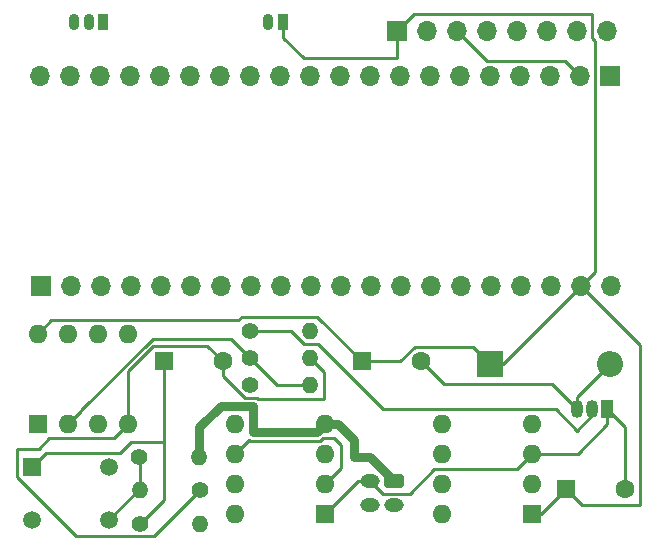
<source format=gbr>
%TF.GenerationSoftware,KiCad,Pcbnew,7.0.7*%
%TF.CreationDate,2023-10-20T12:33:54-04:00*%
%TF.ProjectId,Capstone-board-v1,43617073-746f-46e6-952d-626f6172642d,rev?*%
%TF.SameCoordinates,Original*%
%TF.FileFunction,Copper,L1,Top*%
%TF.FilePolarity,Positive*%
%FSLAX46Y46*%
G04 Gerber Fmt 4.6, Leading zero omitted, Abs format (unit mm)*
G04 Created by KiCad (PCBNEW 7.0.7) date 2023-10-20 12:33:54*
%MOMM*%
%LPD*%
G01*
G04 APERTURE LIST*
G04 Aperture macros list*
%AMRoundRect*
0 Rectangle with rounded corners*
0 $1 Rounding radius*
0 $2 $3 $4 $5 $6 $7 $8 $9 X,Y pos of 4 corners*
0 Add a 4 corners polygon primitive as box body*
4,1,4,$2,$3,$4,$5,$6,$7,$8,$9,$2,$3,0*
0 Add four circle primitives for the rounded corners*
1,1,$1+$1,$2,$3*
1,1,$1+$1,$4,$5*
1,1,$1+$1,$6,$7*
1,1,$1+$1,$8,$9*
0 Add four rect primitives between the rounded corners*
20,1,$1+$1,$2,$3,$4,$5,0*
20,1,$1+$1,$4,$5,$6,$7,0*
20,1,$1+$1,$6,$7,$8,$9,0*
20,1,$1+$1,$8,$9,$2,$3,0*%
G04 Aperture macros list end*
%TA.AperFunction,ComponentPad*%
%ADD10RoundRect,0.225000X0.225000X0.475000X-0.225000X0.475000X-0.225000X-0.475000X0.225000X-0.475000X0*%
%TD*%
%TA.AperFunction,ComponentPad*%
%ADD11O,0.900000X1.400000*%
%TD*%
%TA.AperFunction,ComponentPad*%
%ADD12R,1.508000X1.508000*%
%TD*%
%TA.AperFunction,ComponentPad*%
%ADD13C,1.508000*%
%TD*%
%TA.AperFunction,ComponentPad*%
%ADD14R,1.050000X1.500000*%
%TD*%
%TA.AperFunction,ComponentPad*%
%ADD15O,1.050000X1.500000*%
%TD*%
%TA.AperFunction,ComponentPad*%
%ADD16O,1.400000X1.400000*%
%TD*%
%TA.AperFunction,ComponentPad*%
%ADD17C,1.400000*%
%TD*%
%TA.AperFunction,ComponentPad*%
%ADD18R,1.600000X1.600000*%
%TD*%
%TA.AperFunction,ComponentPad*%
%ADD19O,1.600000X1.600000*%
%TD*%
%TA.AperFunction,ComponentPad*%
%ADD20C,1.600000*%
%TD*%
%TA.AperFunction,ComponentPad*%
%ADD21O,1.650000X1.200000*%
%TD*%
%TA.AperFunction,ComponentPad*%
%ADD22RoundRect,0.250000X-0.575000X0.350000X-0.575000X-0.350000X0.575000X-0.350000X0.575000X0.350000X0*%
%TD*%
%TA.AperFunction,ComponentPad*%
%ADD23R,1.700000X1.700000*%
%TD*%
%TA.AperFunction,ComponentPad*%
%ADD24O,1.700000X1.700000*%
%TD*%
%TA.AperFunction,ComponentPad*%
%ADD25R,2.200000X2.200000*%
%TD*%
%TA.AperFunction,ComponentPad*%
%ADD26O,2.200000X2.200000*%
%TD*%
%TA.AperFunction,Conductor*%
%ADD27C,0.250000*%
%TD*%
%TA.AperFunction,Conductor*%
%ADD28C,0.750000*%
%TD*%
G04 APERTURE END LIST*
D10*
%TO.P,U3,1,VCC*%
%TO.N,Net-(U1-IN)*%
X29972000Y-22860000D03*
D11*
%TO.P,U3,2,VOUT*%
%TO.N,Net-(U3-VOUT)*%
X28722000Y-22860000D03*
%TO.P,U3,3,GND*%
%TO.N,Earth*%
X27472000Y-22860000D03*
%TD*%
D10*
%TO.P,M1,1,+*%
%TO.N,Net-(D1-K)*%
X45192000Y-22860000D03*
D11*
%TO.P,M1,2,-*%
%TO.N,Net-(D1-A)*%
X43942000Y-22860000D03*
%TD*%
D12*
%TO.P,S1,1*%
%TO.N,Net-(C1-Pad1)*%
X23928000Y-60488000D03*
D13*
%TO.P,S1,2*%
%TO.N,unconnected-(S1-Pad2)*%
X30428000Y-60488000D03*
%TO.P,S1,3*%
%TO.N,unconnected-(S1-Pad3)*%
X23928000Y-64988000D03*
%TO.P,S1,4*%
%TO.N,Net-(U2-THR)*%
X30428000Y-64988000D03*
%TD*%
D14*
%TO.P,Q1,1,E*%
%TO.N,Earth*%
X72644000Y-55626000D03*
D15*
%TO.P,Q1,2,B*%
%TO.N,Net-(Q1-B)*%
X71374000Y-55626000D03*
%TO.P,Q1,3,C*%
%TO.N,Net-(D1-A)*%
X70104000Y-55626000D03*
%TD*%
D16*
%TO.P,R4,2*%
%TO.N,Net-(J1-Pin_17)*%
X47498000Y-49022000D03*
D17*
%TO.P,R4,1*%
%TO.N,Net-(Q1-B)*%
X42418000Y-49022000D03*
%TD*%
D18*
%TO.P,U2,1,GND*%
%TO.N,Earth*%
X48768000Y-64470500D03*
D19*
%TO.P,U2,2,TR*%
%TO.N,Net-(U2-THR)*%
X48768000Y-61930500D03*
%TO.P,U2,3,Q*%
%TO.N,Net-(U1-IN)*%
X48768000Y-59390500D03*
%TO.P,U2,4,R*%
%TO.N,VCC*%
X48768000Y-56850500D03*
%TO.P,U2,5,CV*%
%TO.N,unconnected-(U2-CV-Pad5)*%
X41148000Y-56850500D03*
%TO.P,U2,6,THR*%
%TO.N,Net-(U2-THR)*%
X41148000Y-59390500D03*
%TO.P,U2,7,DIS*%
%TO.N,unconnected-(U2-DIS-Pad7)*%
X41148000Y-61930500D03*
%TO.P,U2,8,VCC*%
%TO.N,VCC*%
X41148000Y-64470500D03*
%TD*%
D18*
%TO.P,U1,1,OUT*%
%TO.N,Net-(D1-K)*%
X66284000Y-64506000D03*
D19*
%TO.P,U1,2,NC/ADJ*%
%TO.N,unconnected-(U1-NC{slash}ADJ-Pad2)*%
X66284000Y-61966000D03*
%TO.P,U1,3,GND*%
%TO.N,Earth*%
X66284000Y-59426000D03*
%TO.P,U1,4,NC*%
%TO.N,unconnected-(U1-NC-Pad4)*%
X66284000Y-56886000D03*
%TO.P,U1,5,\u002ASHDN*%
%TO.N,unconnected-(U1-\u002ASHDN-Pad5)*%
X58664000Y-56886000D03*
%TO.P,U1,6,NC*%
%TO.N,unconnected-(U1-NC-Pad6)*%
X58664000Y-59426000D03*
%TO.P,U1,7,NC*%
%TO.N,unconnected-(U1-NC-Pad7)*%
X58664000Y-61966000D03*
%TO.P,U1,8,IN*%
%TO.N,Net-(U1-IN)*%
X58664000Y-64506000D03*
%TD*%
D18*
%TO.P,C1,1*%
%TO.N,Net-(C1-Pad1)*%
X35092000Y-51562000D03*
D20*
%TO.P,C1,2*%
%TO.N,Earth*%
X40092000Y-51562000D03*
%TD*%
D16*
%TO.P,R6,2*%
%TO.N,Net-(U4--)*%
X47498000Y-53594000D03*
D17*
%TO.P,R6,1*%
%TO.N,Net-(J1-Pin_20)*%
X42418000Y-53594000D03*
%TD*%
%TO.P,R2,1*%
%TO.N,Earth*%
X38130000Y-62480000D03*
D16*
%TO.P,R2,2*%
%TO.N,Net-(U2-THR)*%
X33050000Y-62480000D03*
%TD*%
%TO.P,R3,2*%
%TO.N,VCC*%
X38100000Y-59644500D03*
D17*
%TO.P,R3,1*%
%TO.N,Net-(U2-THR)*%
X33020000Y-59644500D03*
%TD*%
D21*
%TO.P,BT1,4*%
%TO.N,N/C*%
X52578000Y-63722000D03*
%TO.P,BT1,3*%
X54578000Y-63722000D03*
%TO.P,BT1,2,-*%
%TO.N,Earth*%
X52578000Y-61722000D03*
D22*
%TO.P,BT1,1,+*%
%TO.N,VCC*%
X54578000Y-61722000D03*
%TD*%
D18*
%TO.P,C3,1*%
%TO.N,Net-(D1-K)*%
X51856000Y-51562000D03*
D20*
%TO.P,C3,2*%
%TO.N,Net-(D1-A)*%
X56856000Y-51562000D03*
%TD*%
D19*
%TO.P,U4,8,V+*%
%TO.N,Net-(D1-K)*%
X24394000Y-49266000D03*
%TO.P,U4,7*%
%TO.N,N/C*%
X26934000Y-49266000D03*
%TO.P,U4,6*%
X29474000Y-49266000D03*
%TO.P,U4,5*%
X32014000Y-49266000D03*
%TO.P,U4,4,V-*%
%TO.N,Earth*%
X32014000Y-56886000D03*
%TO.P,U4,3,+*%
%TO.N,Net-(U3-VOUT)*%
X29474000Y-56886000D03*
%TO.P,U4,2,-*%
%TO.N,Net-(U4--)*%
X26934000Y-56886000D03*
D18*
%TO.P,U4,1*%
%TO.N,Net-(J1-Pin_20)*%
X24394000Y-56886000D03*
%TD*%
D23*
%TO.P,J3,1,Pin_1*%
%TO.N,Net-(D1-K)*%
X54864000Y-23622000D03*
D24*
%TO.P,J3,2,Pin_2*%
%TO.N,Earth*%
X57404000Y-23622000D03*
%TO.P,J3,3,Pin_3*%
%TO.N,Net-(J1-Pin_2)*%
X59944000Y-23622000D03*
%TO.P,J3,4,Pin_4*%
%TO.N,Net-(J1-Pin_1)*%
X62484000Y-23622000D03*
%TO.P,J3,5,Pin_5*%
%TO.N,unconnected-(J3-Pin_5-Pad5)*%
X65024000Y-23622000D03*
%TO.P,J3,6,Pin_6*%
%TO.N,unconnected-(J3-Pin_6-Pad6)*%
X67564000Y-23622000D03*
%TO.P,J3,7,Pin_7*%
%TO.N,unconnected-(J3-Pin_7-Pad7)*%
X70104000Y-23622000D03*
%TO.P,J3,8,Pin_8*%
%TO.N,unconnected-(J3-Pin_8-Pad8)*%
X72644000Y-23622000D03*
%TD*%
D23*
%TO.P,J1,1,Pin_1*%
%TO.N,Net-(J1-Pin_1)*%
X72898000Y-27432000D03*
D24*
%TO.P,J1,2,Pin_2*%
%TO.N,Net-(J1-Pin_2)*%
X70358000Y-27432000D03*
%TO.P,J1,3,Pin_3*%
%TO.N,Earth*%
X67818000Y-27432000D03*
%TO.P,J1,4,Pin_4*%
%TO.N,unconnected-(J1-Pin_4-Pad4)*%
X65278000Y-27432000D03*
%TO.P,J1,5,Pin_5*%
%TO.N,unconnected-(J1-Pin_5-Pad5)*%
X62738000Y-27432000D03*
%TO.P,J1,6,Pin_6*%
%TO.N,unconnected-(J1-Pin_6-Pad6)*%
X60198000Y-27432000D03*
%TO.P,J1,7,Pin_7*%
%TO.N,unconnected-(J1-Pin_7-Pad7)*%
X57658000Y-27432000D03*
%TO.P,J1,8,Pin_8*%
%TO.N,unconnected-(J1-Pin_8-Pad8)*%
X55118000Y-27432000D03*
%TO.P,J1,9,Pin_9*%
%TO.N,unconnected-(J1-Pin_9-Pad9)*%
X52578000Y-27432000D03*
%TO.P,J1,10,Pin_10*%
%TO.N,unconnected-(J1-Pin_10-Pad10)*%
X50038000Y-27432000D03*
%TO.P,J1,11,Pin_11*%
%TO.N,unconnected-(J1-Pin_11-Pad11)*%
X47498000Y-27432000D03*
%TO.P,J1,12,Pin_12*%
%TO.N,unconnected-(J1-Pin_12-Pad12)*%
X44958000Y-27432000D03*
%TO.P,J1,13,Pin_13*%
%TO.N,unconnected-(J1-Pin_13-Pad13)*%
X42418000Y-27432000D03*
%TO.P,J1,14,Pin_14*%
%TO.N,unconnected-(J1-Pin_14-Pad14)*%
X39878000Y-27432000D03*
%TO.P,J1,15,Pin_15*%
%TO.N,unconnected-(J1-Pin_15-Pad15)*%
X37338000Y-27432000D03*
%TO.P,J1,16,Pin_16*%
%TO.N,unconnected-(J1-Pin_16-Pad16)*%
X34798000Y-27432000D03*
%TO.P,J1,17,Pin_17*%
%TO.N,Net-(J1-Pin_17)*%
X32258000Y-27432000D03*
%TO.P,J1,18,Pin_18*%
%TO.N,unconnected-(J1-Pin_18-Pad18)*%
X29718000Y-27432000D03*
%TO.P,J1,19,Pin_19*%
%TO.N,unconnected-(J1-Pin_19-Pad19)*%
X27178000Y-27432000D03*
%TO.P,J1,20,Pin_20*%
%TO.N,Net-(J1-Pin_20)*%
X24638000Y-27432000D03*
%TD*%
D16*
%TO.P,R5,2*%
%TO.N,Earth*%
X47498000Y-51308000D03*
D17*
%TO.P,R5,1*%
%TO.N,Net-(U4--)*%
X42418000Y-51308000D03*
%TD*%
D23*
%TO.P,J2,1,Pin_1*%
%TO.N,unconnected-(J2-Pin_1-Pad1)*%
X24714200Y-45212000D03*
D24*
%TO.P,J2,2,Pin_2*%
%TO.N,unconnected-(J2-Pin_2-Pad2)*%
X27254200Y-45212000D03*
%TO.P,J2,3,Pin_3*%
%TO.N,unconnected-(J2-Pin_3-Pad3)*%
X29794200Y-45212000D03*
%TO.P,J2,4,Pin_4*%
%TO.N,unconnected-(J2-Pin_4-Pad4)*%
X32334200Y-45212000D03*
%TO.P,J2,5,Pin_5*%
%TO.N,unconnected-(J2-Pin_5-Pad5)*%
X34874200Y-45212000D03*
%TO.P,J2,6,Pin_6*%
%TO.N,unconnected-(J2-Pin_6-Pad6)*%
X37414200Y-45212000D03*
%TO.P,J2,7,Pin_7*%
%TO.N,unconnected-(J2-Pin_7-Pad7)*%
X39954200Y-45212000D03*
%TO.P,J2,8,Pin_8*%
%TO.N,unconnected-(J2-Pin_8-Pad8)*%
X42494200Y-45212000D03*
%TO.P,J2,9,Pin_9*%
%TO.N,unconnected-(J2-Pin_9-Pad9)*%
X45034200Y-45212000D03*
%TO.P,J2,10,Pin_10*%
%TO.N,unconnected-(J2-Pin_10-Pad10)*%
X47574200Y-45212000D03*
%TO.P,J2,11,Pin_11*%
%TO.N,unconnected-(J2-Pin_11-Pad11)*%
X50114200Y-45212000D03*
%TO.P,J2,12,Pin_12*%
%TO.N,unconnected-(J2-Pin_12-Pad12)*%
X52654200Y-45212000D03*
%TO.P,J2,13,Pin_13*%
%TO.N,unconnected-(J2-Pin_13-Pad13)*%
X55194200Y-45212000D03*
%TO.P,J2,14,Pin_14*%
%TO.N,unconnected-(J2-Pin_14-Pad14)*%
X57734200Y-45212000D03*
%TO.P,J2,15,Pin_15*%
%TO.N,unconnected-(J2-Pin_15-Pad15)*%
X60274200Y-45212000D03*
%TO.P,J2,16,Pin_16*%
%TO.N,unconnected-(J2-Pin_16-Pad16)*%
X62814200Y-45212000D03*
%TO.P,J2,17,Pin_17*%
%TO.N,unconnected-(J2-Pin_17-Pad17)*%
X65354200Y-45212000D03*
%TO.P,J2,18,Pin_18*%
%TO.N,unconnected-(J2-Pin_18-Pad18)*%
X67894200Y-45212000D03*
%TO.P,J2,19,Pin_19*%
%TO.N,Net-(D1-K)*%
X70434200Y-45212000D03*
%TO.P,J2,20,Pin_20*%
%TO.N,unconnected-(J2-Pin_20-Pad20)*%
X72974200Y-45212000D03*
%TD*%
D18*
%TO.P,C2,1*%
%TO.N,Net-(D1-K)*%
X69168000Y-62378000D03*
D20*
%TO.P,C2,2*%
%TO.N,Earth*%
X74168000Y-62378000D03*
%TD*%
D25*
%TO.P,D1,1,K*%
%TO.N,Net-(D1-K)*%
X62738000Y-51816000D03*
D26*
%TO.P,D1,2,A*%
%TO.N,Net-(D1-A)*%
X72898000Y-51816000D03*
%TD*%
D17*
%TO.P,R1,1*%
%TO.N,Net-(C1-Pad1)*%
X33050000Y-65300000D03*
D16*
%TO.P,R1,2*%
%TO.N,Net-(U1-IN)*%
X38130000Y-65300000D03*
%TD*%
D27*
%TO.N,Net-(D1-K)*%
X54864000Y-25860000D02*
X46910000Y-25860000D01*
X45192000Y-24142000D02*
X45192000Y-22860000D01*
X54864000Y-23622000D02*
X54864000Y-25860000D01*
X46910000Y-25860000D02*
X45192000Y-24142000D01*
D28*
%TO.N,VCC*%
X51140000Y-59686000D02*
X52542000Y-59686000D01*
X48053000Y-57565500D02*
X42668456Y-57565500D01*
X42670000Y-57563956D02*
X42670000Y-55370000D01*
X52542000Y-59686000D02*
X54578000Y-61722000D01*
X38100000Y-57150000D02*
X38100000Y-59644500D01*
X48768000Y-56850500D02*
X48053000Y-57565500D01*
X48768000Y-56850500D02*
X49800500Y-56850500D01*
X39880000Y-55370000D02*
X38100000Y-57150000D01*
X51140000Y-58190000D02*
X51140000Y-59686000D01*
X49800500Y-56850500D02*
X51140000Y-58190000D01*
X42670000Y-55370000D02*
X39880000Y-55370000D01*
X42668456Y-57565500D02*
X42670000Y-57563956D01*
D27*
%TO.N,Earth*%
X42959949Y-54670000D02*
X41970000Y-54670000D01*
X55890000Y-62790000D02*
X57974000Y-60706000D01*
X27662000Y-66380000D02*
X22660000Y-61378000D01*
X32014000Y-56886000D02*
X32014000Y-52390000D01*
X41970000Y-54670000D02*
X40092000Y-52792000D01*
X70114000Y-59426000D02*
X72644000Y-56896000D01*
X30820000Y-58080000D02*
X32014000Y-56886000D01*
X53646000Y-62790000D02*
X55890000Y-62790000D01*
X43069949Y-54780000D02*
X42959949Y-54670000D01*
X74168000Y-57150000D02*
X72644000Y-55626000D01*
X48640000Y-52450000D02*
X48640000Y-54780000D01*
X40092000Y-52792000D02*
X40092000Y-51562000D01*
X38130000Y-62480000D02*
X34230000Y-66380000D01*
X52578000Y-61722000D02*
X53646000Y-62790000D01*
X66284000Y-59426000D02*
X70114000Y-59426000D01*
X24481000Y-58959000D02*
X25360000Y-58080000D01*
X72644000Y-56896000D02*
X72644000Y-55626000D01*
X25360000Y-58080000D02*
X30820000Y-58080000D01*
X74168000Y-62378000D02*
X74168000Y-57150000D01*
X32014000Y-52390000D02*
X34184000Y-50220000D01*
X65004000Y-60706000D02*
X66284000Y-59426000D01*
X52578000Y-61722000D02*
X51516500Y-61722000D01*
X47498000Y-51308000D02*
X48640000Y-52450000D01*
X34184000Y-50220000D02*
X38750000Y-50220000D01*
X51516500Y-61722000D02*
X48768000Y-64470500D01*
X48640000Y-54780000D02*
X43069949Y-54780000D01*
X38750000Y-50220000D02*
X40092000Y-51562000D01*
X57974000Y-60706000D02*
X65004000Y-60706000D01*
X34230000Y-66380000D02*
X27662000Y-66380000D01*
X22660000Y-58959000D02*
X24481000Y-58959000D01*
X22660000Y-61378000D02*
X22660000Y-58959000D01*
%TO.N,Net-(C1-Pad1)*%
X33050000Y-65300000D02*
X35092000Y-63258000D01*
X35092000Y-63258000D02*
X35092000Y-58420000D01*
X31370000Y-59340000D02*
X32290000Y-58420000D01*
X35092000Y-58420000D02*
X35092000Y-51562000D01*
X32906500Y-64988000D02*
X33008000Y-64886500D01*
X23928000Y-60488000D02*
X25076000Y-59340000D01*
X25076000Y-59340000D02*
X31370000Y-59340000D01*
X32290000Y-58420000D02*
X35092000Y-58420000D01*
%TO.N,Net-(D1-K)*%
X70510000Y-63720000D02*
X69168000Y-62378000D01*
X70434200Y-45212000D02*
X71620000Y-44026200D01*
X56350000Y-50330000D02*
X61252000Y-50330000D01*
X75390000Y-63720000D02*
X70510000Y-63720000D01*
X48064000Y-47770000D02*
X51856000Y-51562000D01*
X71370000Y-22190000D02*
X56296000Y-22190000D01*
X25570000Y-48090000D02*
X41360000Y-48090000D01*
X63830200Y-51816000D02*
X70434200Y-45212000D01*
X71620000Y-44026200D02*
X71620000Y-24410000D01*
X70434200Y-45212000D02*
X75390000Y-50167800D01*
X61252000Y-50330000D02*
X62738000Y-51816000D01*
X56296000Y-22190000D02*
X54864000Y-23622000D01*
X41360000Y-48090000D02*
X41680000Y-47770000D01*
X55118000Y-51562000D02*
X56350000Y-50330000D01*
X67040000Y-64506000D02*
X69168000Y-62378000D01*
X51856000Y-51562000D02*
X55118000Y-51562000D01*
X75390000Y-50167800D02*
X75390000Y-63720000D01*
X41680000Y-47770000D02*
X48064000Y-47770000D01*
X66284000Y-64506000D02*
X67040000Y-64506000D01*
X71620000Y-24410000D02*
X71370000Y-24160000D01*
X62738000Y-51816000D02*
X63830200Y-51816000D01*
X71370000Y-24160000D02*
X71370000Y-22190000D01*
X24394000Y-49266000D02*
X25570000Y-48090000D01*
%TO.N,Net-(D1-A)*%
X67948000Y-53470000D02*
X58764000Y-53470000D01*
X70104000Y-54610000D02*
X72898000Y-51816000D01*
X70104000Y-55626000D02*
X67948000Y-53470000D01*
X70104000Y-55626000D02*
X70104000Y-54610000D01*
X58764000Y-53470000D02*
X56856000Y-51562000D01*
%TO.N,Net-(J1-Pin_2)*%
X59944000Y-23622000D02*
X62432000Y-26110000D01*
X69036000Y-26110000D02*
X70358000Y-27432000D01*
X62432000Y-26110000D02*
X69036000Y-26110000D01*
%TO.N,Net-(Q1-B)*%
X71374000Y-56136000D02*
X71374000Y-55626000D01*
X70095000Y-57415000D02*
X71374000Y-56136000D01*
X42418000Y-49022000D02*
X45842000Y-49022000D01*
X45842000Y-49022000D02*
X46950000Y-50130000D01*
X68306000Y-55626000D02*
X70095000Y-57415000D01*
X48174000Y-50130000D02*
X53670000Y-55626000D01*
X46950000Y-50130000D02*
X48174000Y-50130000D01*
X53670000Y-55626000D02*
X68306000Y-55626000D01*
%TO.N,Net-(U2-THR)*%
X40894000Y-59644500D02*
X41148000Y-59390500D01*
X50090000Y-58660000D02*
X49520000Y-58090000D01*
X33050000Y-59674500D02*
X33020000Y-59644500D01*
X50090000Y-60608500D02*
X50090000Y-58660000D01*
X30428000Y-64988000D02*
X32936000Y-62480000D01*
X49520000Y-58090000D02*
X48518450Y-58090000D01*
X48768000Y-61930500D02*
X50090000Y-60608500D01*
X32936000Y-62480000D02*
X33050000Y-62480000D01*
X48342949Y-58265500D02*
X42378507Y-58265500D01*
X30428000Y-64776500D02*
X30428000Y-64988000D01*
X33050000Y-62480000D02*
X33050000Y-59674500D01*
X48518450Y-58090000D02*
X48342949Y-58265500D01*
X42325753Y-58212747D02*
X41148000Y-59390500D01*
X42378507Y-58265500D02*
X42325753Y-58212747D01*
X33020000Y-62396000D02*
X33020000Y-62184500D01*
%TO.N,Net-(U1-IN)*%
X48768000Y-59481500D02*
X48768000Y-59390500D01*
X48629500Y-59390500D02*
X48768000Y-59390500D01*
%TO.N,Net-(U4--)*%
X28059000Y-55761000D02*
X28059000Y-55708604D01*
X26934000Y-56886000D02*
X28059000Y-55761000D01*
X42418000Y-51308000D02*
X44704000Y-53594000D01*
X40740000Y-49630000D02*
X42418000Y-51308000D01*
X44704000Y-53594000D02*
X47498000Y-53594000D01*
X34137604Y-49630000D02*
X40740000Y-49630000D01*
X28059000Y-55708604D02*
X34137604Y-49630000D01*
%TD*%
M02*

</source>
